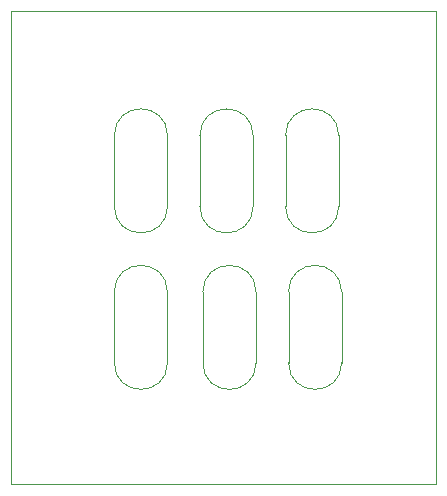
<source format=gbr>
%TF.GenerationSoftware,KiCad,Pcbnew,9.0.0*%
%TF.CreationDate,2025-03-29T16:04:54-07:00*%
%TF.ProjectId,SignalHead3,5369676e-616c-4486-9561-64332e6b6963,n/c*%
%TF.SameCoordinates,Original*%
%TF.FileFunction,Profile,NP*%
%FSLAX46Y46*%
G04 Gerber Fmt 4.6, Leading zero omitted, Abs format (unit mm)*
G04 Created by KiCad (PCBNEW 9.0.0) date 2025-03-29 16:04:54*
%MOMM*%
%LPD*%
G01*
G04 APERTURE LIST*
%TA.AperFunction,Profile*%
%ADD10C,0.050000*%
%TD*%
G04 APERTURE END LIST*
D10*
X119000000Y-100000000D02*
X155000000Y-100000000D01*
X155000000Y-140000000D01*
X119000000Y-140000000D01*
X119000000Y-100000000D01*
X142500000Y-123750000D02*
G75*
G02*
X147000000Y-123750000I2250000J0D01*
G01*
X147000000Y-129750000D02*
G75*
G02*
X142500000Y-129750000I-2250000J0D01*
G01*
X147000000Y-129750000D02*
X147000000Y-123750000D01*
X142500000Y-129750000D02*
X142500000Y-123750000D01*
X135250000Y-123750000D02*
G75*
G02*
X139750000Y-123750000I2250000J0D01*
G01*
X139750000Y-129750000D02*
G75*
G02*
X135250000Y-129750000I-2250000J0D01*
G01*
X139750000Y-129750000D02*
X139750000Y-123750000D01*
X135250000Y-129750000D02*
X135250000Y-123750000D01*
X127750000Y-123750000D02*
G75*
G02*
X132250000Y-123750000I2250000J0D01*
G01*
X132250000Y-129750000D02*
G75*
G02*
X127750000Y-129750000I-2250000J0D01*
G01*
X132250000Y-129750000D02*
X132250000Y-123750000D01*
X127750000Y-129750000D02*
X127750000Y-123750000D01*
X142250000Y-110500000D02*
G75*
G02*
X146750000Y-110500000I2250000J0D01*
G01*
X146750000Y-116500000D02*
G75*
G02*
X142250000Y-116500000I-2250000J0D01*
G01*
X146750000Y-116500000D02*
X146750000Y-110500000D01*
X142250000Y-116500000D02*
X142250000Y-110500000D01*
X135000000Y-116500000D02*
X135000000Y-110500000D01*
X135000000Y-110500000D02*
G75*
G02*
X139500000Y-110500000I2250000J0D01*
G01*
X139500000Y-116500000D02*
G75*
G02*
X135000000Y-116500000I-2250000J0D01*
G01*
X139500000Y-116500000D02*
X139500000Y-110500000D01*
X132250000Y-116500000D02*
X132250000Y-110500000D01*
X132250000Y-116500000D02*
G75*
G02*
X127750000Y-116500000I-2250000J0D01*
G01*
X127750000Y-110500000D02*
G75*
G02*
X132250000Y-110500000I2250000J0D01*
G01*
X127750000Y-116500000D02*
X127750000Y-110500000D01*
M02*

</source>
